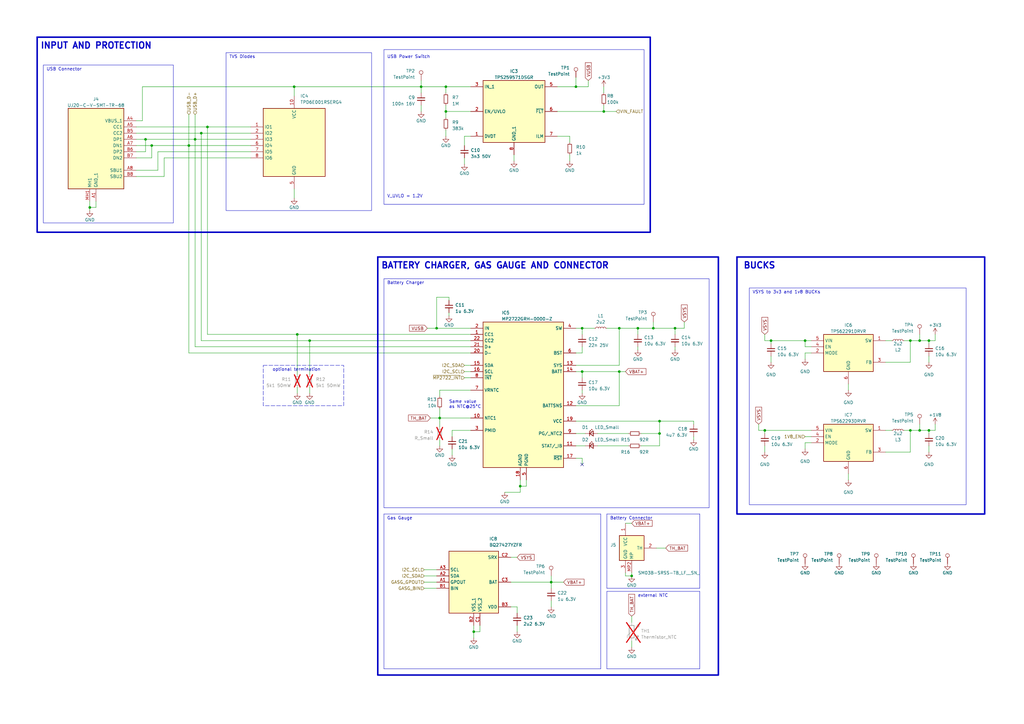
<source format=kicad_sch>
(kicad_sch (version 20231120) (generator "eeschema") (generator_version "8.0")
  (paper "A3")
  (junction (at 254 134.62))
  (junction (at 247.65 45.72))
  (junction (at 276.86 134.62))
  (junction (at 316.23 139.7))
  (junction (at 182.88 35.56))
  (junction (at 179.07 134.62))
  (junction (at 373.38 139.7))
  (junction (at 270.51 172.72))
  (junction (at 77.47 59.69))
  (junction (at 377.19 139.7))
  (junction (at 213.36 199.39))
  (junction (at 59.69 57.15))
  (junction (at 236.22 35.56))
  (junction (at 226.06 238.76))
  (junction (at 259.08 236.22))
  (junction (at 381 139.7))
  (junction (at 127 139.7))
  (junction (at 82.55 54.61))
  (junction (at 373.38 176.53))
  (junction (at 330.2 139.7))
  (junction (at 120.65 35.56))
  (junction (at 194.31 259.08))
  (junction (at 62.23 59.69))
  (junction (at 172.72 35.56))
  (junction (at 254 152.4))
  (junction (at 238.76 134.62))
  (junction (at 313.69 176.53))
  (junction (at 261.62 134.62))
  (junction (at 377.19 176.53))
  (junction (at 85.09 52.07))
  (junction (at 80.01 57.15))
  (junction (at 381 176.53))
  (junction (at 182.88 45.72))
  (junction (at 36.83 85.09))
  (junction (at 238.76 152.4))
  (junction (at 267.97 134.62))
  (junction (at 121.92 137.16))
  (junction (at 180.34 171.45))
  (junction (at 270.51 177.8))
  (no_connect (at 238.76 190.5))
  (wire (pts (xy 238.76 134.62) (xy 238.76 137.16)))
  (wire (pts (xy 236.22 144.78) (xy 238.76 144.78)))
  (wire (pts (xy 332.74 179.07) (xy 330.2 179.07)))
  (wire (pts (xy 238.76 187.96) (xy 238.76 190.5)))
  (wire (pts (xy 233.68 55.88) (xy 233.68 58.42)))
  (wire (pts (xy 236.22 177.8) (xy 240.03 177.8)))
  (wire (pts (xy 55.88 69.85) (xy 64.77 69.85)))
  (wire (pts (xy 276.86 134.62) (xy 276.86 137.16)))
  (wire (pts (xy 82.55 139.7) (xy 127 139.7)))
  (polyline (pts (xy 287.02 242.57) (xy 287.02 274.32)))
  (wire (pts (xy 330.2 139.7) (xy 330.2 142.24)))
  (wire (pts (xy 176.53 171.45) (xy 180.34 171.45)))
  (wire (pts (xy 259.08 234.95) (xy 259.08 236.22)))
  (wire (pts (xy 256.54 234.95) (xy 256.54 236.22)))
  (wire (pts (xy 236.22 172.72) (xy 270.51 172.72)))
  (wire (pts (xy 270.51 172.72) (xy 284.48 172.72)))
  (wire (pts (xy 185.42 176.53) (xy 185.42 179.07)))
  (wire (pts (xy 347.98 157.48) (xy 347.98 160.02)))
  (wire (pts (xy 77.47 59.69) (xy 102.87 59.69)))
  (wire (pts (xy 67.31 64.77) (xy 102.87 64.77)))
  (wire (pts (xy 180.34 180.34) (xy 180.34 182.88)))
  (wire (pts (xy 215.9 196.85) (xy 215.9 199.39)))
  (wire (pts (xy 313.69 182.88) (xy 313.69 185.42)))
  (wire (pts (xy 194.31 259.08) (xy 194.31 261.62)))
  (wire (pts (xy 270.51 172.72) (xy 270.51 177.8)))
  (wire (pts (xy 363.22 139.7) (xy 365.76 139.7)))
  (wire (pts (xy 55.88 59.69) (xy 62.23 59.69)))
  (wire (pts (xy 330.2 181.61) (xy 330.2 184.15)))
  (wire (pts (xy 55.88 52.07) (xy 85.09 52.07)))
  (polyline (pts (xy 157.48 274.32) (xy 246.38 274.32)))
  (wire (pts (xy 236.22 149.86) (xy 254 149.86)))
  (wire (pts (xy 127 139.7) (xy 193.04 139.7)))
  (wire (pts (xy 383.54 176.53) (xy 381 176.53)))
  (wire (pts (xy 190.5 64.77) (xy 190.5 67.31)))
  (wire (pts (xy 381 139.7) (xy 383.54 139.7)))
  (wire (pts (xy 55.88 57.15) (xy 59.69 57.15)))
  (wire (pts (xy 226.06 236.22) (xy 226.06 238.76)))
  (wire (pts (xy 381 146.05) (xy 381 148.59)))
  (wire (pts (xy 172.72 35.56) (xy 182.88 35.56)))
  (wire (pts (xy 267.97 134.62) (xy 276.86 134.62)))
  (wire (pts (xy 179.07 134.62) (xy 193.04 134.62)))
  (wire (pts (xy 276.86 142.24) (xy 276.86 143.51)))
  (wire (pts (xy 210.82 63.5) (xy 210.82 66.04)))
  (wire (pts (xy 85.09 52.07) (xy 102.87 52.07)))
  (wire (pts (xy 59.69 57.15) (xy 80.01 57.15)))
  (wire (pts (xy 381 139.7) (xy 381 140.97)))
  (polyline (pts (xy 248.92 274.32) (xy 287.02 274.32)))
  (wire (pts (xy 173.99 233.68) (xy 179.07 233.68)))
  (wire (pts (xy 212.09 256.54) (xy 212.09 259.08)))
  (wire (pts (xy 172.72 43.18) (xy 172.72 45.72)))
  (wire (pts (xy 313.69 176.53) (xy 313.69 177.8)))
  (wire (pts (xy 213.36 199.39) (xy 213.36 201.93)))
  (wire (pts (xy 77.47 46.99) (xy 77.47 59.69)))
  (wire (pts (xy 55.88 64.77) (xy 62.23 64.77)))
  (wire (pts (xy 184.15 128.27) (xy 184.15 129.54)))
  (wire (pts (xy 280.67 132.08) (xy 280.67 134.62)))
  (wire (pts (xy 36.83 85.09) (xy 39.37 85.09)))
  (wire (pts (xy 236.22 35.56) (xy 241.3 35.56)))
  (wire (pts (xy 245.11 177.8) (xy 257.81 177.8)))
  (wire (pts (xy 276.86 134.62) (xy 280.67 134.62)))
  (wire (pts (xy 80.01 57.15) (xy 80.01 142.24)))
  (wire (pts (xy 247.65 35.56) (xy 247.65 38.1)))
  (polyline (pts (xy 248.92 242.57) (xy 248.92 274.32)))
  (wire (pts (xy 241.3 33.02) (xy 241.3 35.56)))
  (wire (pts (xy 261.62 134.62) (xy 267.97 134.62)))
  (wire (pts (xy 172.72 33.02) (xy 172.72 35.56)))
  (polyline (pts (xy 157.48 210.82) (xy 157.48 274.32)))
  (wire (pts (xy 182.88 45.72) (xy 182.88 48.26)))
  (wire (pts (xy 373.38 139.7) (xy 377.19 139.7)))
  (wire (pts (xy 236.22 152.4) (xy 238.76 152.4)))
  (wire (pts (xy 36.83 86.36) (xy 36.83 85.09)))
  (wire (pts (xy 212.09 248.92) (xy 212.09 251.46)))
  (wire (pts (xy 185.42 184.15) (xy 185.42 186.69)))
  (wire (pts (xy 236.22 31.75) (xy 236.22 35.56)))
  (wire (pts (xy 182.88 43.18) (xy 182.88 45.72)))
  (wire (pts (xy 175.26 134.62) (xy 179.07 134.62)))
  (wire (pts (xy 313.69 176.53) (xy 332.74 176.53)))
  (wire (pts (xy 85.09 52.07) (xy 85.09 137.16)))
  (polyline (pts (xy 248.92 210.82) (xy 248.92 241.3)))
  (wire (pts (xy 316.23 139.7) (xy 313.69 139.7)))
  (wire (pts (xy 363.22 176.53) (xy 365.76 176.53)))
  (wire (pts (xy 213.36 199.39) (xy 215.9 199.39)))
  (wire (pts (xy 190.5 154.94) (xy 193.04 154.94)))
  (wire (pts (xy 373.38 176.53) (xy 373.38 185.42)))
  (wire (pts (xy 55.88 72.39) (xy 67.31 72.39)))
  (wire (pts (xy 82.55 54.61) (xy 82.55 139.7)))
  (wire (pts (xy 193.04 45.72) (xy 182.88 45.72)))
  (wire (pts (xy 190.5 55.88) (xy 190.5 59.69)))
  (wire (pts (xy 194.31 256.54) (xy 194.31 259.08)))
  (wire (pts (xy 377.19 137.16) (xy 377.19 139.7)))
  (wire (pts (xy 194.31 259.08) (xy 196.85 259.08)))
  (wire (pts (xy 370.84 139.7) (xy 373.38 139.7)))
  (wire (pts (xy 55.88 49.53) (xy 58.42 49.53)))
  (wire (pts (xy 213.36 196.85) (xy 213.36 199.39)))
  (wire (pts (xy 36.83 85.09) (xy 36.83 82.55)))
  (wire (pts (xy 254 166.37) (xy 254 152.4)))
  (wire (pts (xy 58.42 35.56) (xy 120.65 35.56)))
  (wire (pts (xy 259.08 262.89) (xy 259.08 265.43)))
  (wire (pts (xy 267.97 132.08) (xy 267.97 134.62)))
  (wire (pts (xy 196.85 256.54) (xy 196.85 259.08)))
  (wire (pts (xy 172.72 35.56) (xy 172.72 38.1)))
  (wire (pts (xy 377.19 173.99) (xy 377.19 176.53)))
  (wire (pts (xy 120.65 35.56) (xy 172.72 35.56)))
  (wire (pts (xy 121.92 137.16) (xy 193.04 137.16)))
  (wire (pts (xy 55.88 54.61) (xy 82.55 54.61)))
  (wire (pts (xy 238.76 152.4) (xy 254 152.4)))
  (wire (pts (xy 316.23 139.7) (xy 316.23 140.97)))
  (wire (pts (xy 254 149.86) (xy 254 134.62)))
  (wire (pts (xy 236.22 187.96) (xy 238.76 187.96)))
  (wire (pts (xy 330.2 139.7) (xy 332.74 139.7)))
  (wire (pts (xy 59.69 57.15) (xy 59.69 62.23)))
  (wire (pts (xy 316.23 139.7) (xy 330.2 139.7)))
  (wire (pts (xy 213.36 201.93) (xy 207.01 201.93)))
  (wire (pts (xy 127 158.75) (xy 127 161.29)))
  (wire (pts (xy 209.55 248.92) (xy 212.09 248.92)))
  (wire (pts (xy 77.47 59.69) (xy 77.47 144.78)))
  (wire (pts (xy 256.54 214.63) (xy 259.08 214.63)))
  (polyline (pts (xy 287.02 210.82) (xy 287.02 241.3)))
  (wire (pts (xy 313.69 176.53) (xy 311.15 176.53)))
  (wire (pts (xy 233.68 63.5) (xy 233.68 66.04)))
  (wire (pts (xy 377.19 139.7) (xy 381 139.7)))
  (wire (pts (xy 330.2 144.78) (xy 332.74 144.78)))
  (wire (pts (xy 377.19 176.53) (xy 381 176.53)))
  (wire (pts (xy 173.99 238.76) (xy 179.07 238.76)))
  (wire (pts (xy 270.51 177.8) (xy 262.89 177.8)))
  (wire (pts (xy 236.22 134.62) (xy 238.76 134.62)))
  (wire (pts (xy 182.88 53.34) (xy 182.88 55.88)))
  (wire (pts (xy 238.76 134.62) (xy 243.84 134.62)))
  (wire (pts (xy 226.06 238.76) (xy 231.14 238.76)))
  (wire (pts (xy 190.5 149.86) (xy 193.04 149.86)))
  (wire (pts (xy 236.22 166.37) (xy 254 166.37)))
  (wire (pts (xy 261.62 142.24) (xy 261.62 143.51)))
  (wire (pts (xy 269.24 224.79) (xy 273.05 224.79)))
  (wire (pts (xy 247.65 43.18) (xy 247.65 45.72)))
  (wire (pts (xy 381 182.88) (xy 381 185.42)))
  (wire (pts (xy 238.76 152.4) (xy 238.76 154.94)))
  (wire (pts (xy 259.08 252.73) (xy 259.08 255.27)))
  (wire (pts (xy 254 134.62) (xy 261.62 134.62)))
  (wire (pts (xy 180.34 160.02) (xy 180.34 162.56)))
  (wire (pts (xy 332.74 181.61) (xy 330.2 181.61)))
  (wire (pts (xy 256.54 236.22) (xy 259.08 236.22)))
  (wire (pts (xy 228.6 35.56) (xy 236.22 35.56)))
  (wire (pts (xy 190.5 152.4) (xy 193.04 152.4)))
  (wire (pts (xy 284.48 179.07) (xy 284.48 180.34)))
  (wire (pts (xy 180.34 167.64) (xy 180.34 171.45)))
  (wire (pts (xy 248.92 134.62) (xy 254 134.62)))
  (wire (pts (xy 121.92 137.16) (xy 121.92 153.67)))
  (wire (pts (xy 58.42 35.56) (xy 58.42 49.53)))
  (wire (pts (xy 284.48 172.72) (xy 284.48 173.99)))
  (wire (pts (xy 173.99 236.22) (xy 179.07 236.22)))
  (wire (pts (xy 55.88 62.23) (xy 59.69 62.23)))
  (wire (pts (xy 209.55 228.6) (xy 212.09 228.6)))
  (wire (pts (xy 121.92 158.75) (xy 121.92 161.29)))
  (wire (pts (xy 316.23 146.05) (xy 316.23 148.59)))
  (wire (pts (xy 120.65 35.56) (xy 120.65 39.37)))
  (wire (pts (xy 80.01 57.15) (xy 102.87 57.15)))
  (wire (pts (xy 238.76 160.02) (xy 238.76 161.29)))
  (wire (pts (xy 373.38 139.7) (xy 373.38 148.59)))
  (wire (pts (xy 180.34 175.26) (xy 180.34 171.45)))
  (wire (pts (xy 209.55 238.76) (xy 226.06 238.76)))
  (wire (pts (xy 363.22 185.42) (xy 373.38 185.42)))
  (wire (pts (xy 313.69 137.16) (xy 313.69 139.7)))
  (polyline (pts (xy 287.02 242.57) (xy 248.92 242.57)))
  (wire (pts (xy 254 152.4) (xy 256.54 152.4)))
  (wire (pts (xy 62.23 59.69) (xy 77.47 59.69)))
  (wire (pts (xy 193.04 55.88) (xy 190.5 55.88)))
  (wire (pts (xy 77.47 144.78) (xy 193.04 144.78)))
  (wire (pts (xy 381 176.53) (xy 381 177.8)))
  (wire (pts (xy 383.54 137.16) (xy 383.54 139.7)))
  (polyline (pts (xy 157.48 210.82) (xy 246.38 210.82)))
  (wire (pts (xy 184.15 121.92) (xy 184.15 123.19)))
  (wire (pts (xy 311.15 173.99) (xy 311.15 176.53)))
  (wire (pts (xy 182.88 35.56) (xy 182.88 38.1)))
  (wire (pts (xy 226.06 246.38) (xy 226.06 248.92)))
  (polyline (pts (xy 248.92 241.3) (xy 287.02 241.3)))
  (polyline (pts (xy 287.02 210.82) (xy 248.92 210.82)))
  (wire (pts (xy 80.01 46.99) (xy 80.01 57.15)))
  (wire (pts (xy 180.34 171.45) (xy 193.04 171.45)))
  (polyline (pts (xy 246.38 274.32) (xy 246.38 210.82)))
  (wire (pts (xy 373.38 176.53) (xy 377.19 176.53)))
  (wire (pts (xy 39.37 82.55) (xy 39.37 85.09)))
  (wire (pts (xy 383.54 173.99) (xy 383.54 176.53)))
  (wire (pts (xy 85.09 137.16) (xy 121.92 137.16)))
  (wire (pts (xy 245.11 182.88) (xy 257.81 182.88)))
  (wire (pts (xy 179.07 134.62) (xy 179.07 121.92)))
  (wire (pts (xy 228.6 55.88) (xy 233.68 55.88)))
  (wire (pts (xy 238.76 142.24) (xy 238.76 144.78)))
  (wire (pts (xy 120.65 77.47) (xy 120.65 81.28)))
  (wire (pts (xy 82.55 54.61) (xy 102.87 54.61)))
  (wire (pts (xy 62.23 64.77) (xy 62.23 59.69)))
  (wire (pts (xy 173.99 241.3) (xy 179.07 241.3)))
  (wire (pts (xy 226.06 238.76) (xy 226.06 241.3)))
  (wire (pts (xy 80.01 142.24) (xy 193.04 142.24)))
  (wire (pts (xy 182.88 35.56) (xy 193.04 35.56)))
  (wire (pts (xy 270.51 182.88) (xy 262.89 182.88)))
  (wire (pts (xy 363.22 148.59) (xy 373.38 148.59)))
  (wire (pts (xy 347.98 194.31) (xy 347.98 196.85)))
  (wire (pts (xy 127 139.7) (xy 127 153.67)))
  (wire (pts (xy 179.07 121.92) (xy 184.15 121.92)))
  (wire (pts (xy 228.6 45.72) (xy 247.65 45.72)))
  (wire (pts (xy 236.22 182.88) (xy 240.03 182.88)))
  (wire (pts (xy 252.73 45.72) (xy 247.65 45.72)))
  (wire (pts (xy 332.74 142.24) (xy 330.2 142.24)))
  (wire (pts (xy 261.62 137.16) (xy 261.62 134.62)))
  (wire (pts (xy 270.51 177.8) (xy 270.51 182.88)))
  (wire (pts (xy 64.77 62.23) (xy 102.87 62.23)))
  (wire (pts (xy 370.84 176.53) (xy 373.38 176.53)))
  (wire (pts (xy 330.2 147.32) (xy 330.2 144.78)))
  (wire (pts (xy 180.34 160.02) (xy 193.04 160.02)))
  (wire (pts (xy 185.42 176.53) (xy 193.04 176.53)))
  (wire (pts (xy 64.77 69.85) (xy 64.77 62.23)))
  (wire (pts (xy 67.31 72.39) (xy 67.31 64.77)))
  (rectangle (start 307.34 118.11) (end 396.24 207.01))
  (rectangle (start 17.78 26.67) (end 71.12 91.44))
  (rectangle (start 302.26 105.41) (end 403.86 210.82) (stroke (width 0.635)))
  (rectangle (start 15.24 15.24) (end 266.7 95.25) (stroke (width 0.635)))
  (rectangle (start 154.94 105.41) (end 294.64 276.86) (stroke (width 0.635)))
  (rectangle (start 107.95 149.86) (end 140.97 166.37) (stroke (width 0) (type dash)))
  (rectangle (start 92.71 21.59) (end 152.4 86.36))
  (rectangle (start 157.48 114.3) (end 290.83 208.28))
  (rectangle (start 157.48 20.32) (end 264.16 83.82))
  (text "Same value\nas NTC@25°C" (at 184.15 167.64 0) (effects (font (size 1.27 1.27)) (justify left bottom)))
  (text "BUCKS" (at 304.8 110.49 0) (effects (font (size 2.54 2.54) (thickness 0.508) (bold yes)) (justify left bottom)))
  (text "optional termination" (at 111.76 152.4 0) (effects (font (size 1.27 1.27)) (justify left bottom)))
  (text "V_UVLO = 1.2V" (at 158.75 81.28 0) (effects (font (size 1.27 1.27)) (justify left bottom)))
  (text "Battery Connector" (at 250.19 213.36 0) (effects (font (size 1.27 1.27)) (justify left bottom)))
  (text "USB Power Switch" (at 158.75 24.13 0) (effects (font (size 1.27 1.27)) (justify left bottom)))
  (text "Gas Gauge" (at 158.75 213.36 0) (effects (font (size 1.27 1.27)) (justify left bottom)))
  (text "TVS Diodes" (at 93.98 24.13 0) (effects (font (size 1.27 1.27)) (justify left bottom)))
  (text "INPUT AND PROTECTION" (at 16.51 20.32 0) (effects (font (size 2.54 2.54) (thickness 0.508) (bold yes)) (justify left bottom)))
  (text "VSYS to 3v3 and 1v8 BUCKs" (at 308.61 120.65 0) (effects (font (size 1.27 1.27)) (justify left bottom)))
  (text "external NTC" (at 261.62 245.11 0) (effects (font (size 1.27 1.27)) (justify left bottom)))
  (text "BATTERY CHARGER, GAS GAUGE AND CONNECTOR" (at 156.21 110.49 0) (effects (font (size 2.54 2.54) (thickness 0.508) (bold yes)) (justify left bottom)))
  (text "USB Connector" (at 19.05 29.21 0) (effects (font (size 1.27 1.27)) (justify left bottom)))
  (text "Battery Charger" (at 158.75 116.84 0) (effects (font (size 1.27 1.27)) (justify left bottom)))
  (global_label "VSYS" (shape input) (at 313.69 137.16 90) (property "Intersheetrefs" "${INTERSHEET_REFS}" (effects (hide yes))))
  (global_label "TH_BAT" (shape input) (at 176.53 171.45 180) (property "Intersheetrefs" "${INTERSHEET_REFS}" (effects (hide yes))))
  (global_label "TH_BAT" (shape input) (at 259.08 252.73 90) (property "Intersheetrefs" "${INTERSHEET_REFS}" (effects (hide yes))))
  (global_label "VSYS" (shape input) (at 280.67 132.08 90) (property "Intersheetrefs" "${INTERSHEET_REFS}" (effects (hide yes))))
  (global_label "VUSB" (shape input) (at 175.26 134.62 180) (property "Intersheetrefs" "${INTERSHEET_REFS}" (effects (hide yes))))
  (global_label "VBAT+" (shape input) (at 256.54 152.4 0) (property "Intersheetrefs" "${INTERSHEET_REFS}" (effects (hide yes))))
  (global_label "VBAT+" (shape input) (at 231.14 238.76 0) (property "Intersheetrefs" "${INTERSHEET_REFS}" (effects (hide yes))))
  (global_label "VBAT+" (shape input) (at 259.08 214.63 0) (property "Intersheetrefs" "${INTERSHEET_REFS}" (effects (hide yes))))
  (global_label "VSYS" (shape input) (at 311.15 173.99 90) (property "Intersheetrefs" "${INTERSHEET_REFS}" (effects (hide yes))))
  (global_label "VUSB" (shape input) (at 241.3 33.02 90) (property "Intersheetrefs" "${INTERSHEET_REFS}" (effects (hide yes))))
  (global_label "VSYS" (shape input) (at 212.09 228.6 0) (property "Intersheetrefs" "${INTERSHEET_REFS}" (effects (hide yes))))
  (global_label "TH_BAT" (shape input) (at 273.05 224.79 0) (property "Intersheetrefs" "${INTERSHEET_REFS}" (effects (hide yes))))
  (hierarchical_label "VIN_FAULT" (shape input) (at 252.73 45.72 0) (property "Intersheetrefs" "${INTERSHEET_REFS}" (effects (hide yes))))
  (hierarchical_label "~{MP2722_INT}" (shape input) (at 190.5 154.94 180) (property "Intersheetrefs" "${INTERSHEET_REFS}" (effects (hide yes))))
  (hierarchical_label "I2C_SCL" (shape input) (at 190.5 152.4 180))
  (hierarchical_label "GASG_GPOUT" (shape input) (at 173.99 238.76 180))
  (hierarchical_label "USB_D-" (shape input) (at 77.47 46.99 90) (property "Intersheetrefs" "${INTERSHEET_REFS}" (effects (hide yes))))
  (hierarchical_label "1V8_EN" (shape input) (at 330.2 179.07 180))
  (hierarchical_label "GASG_BIN" (shape input) (at 173.99 241.3 180))
  (hierarchical_label "USB_D+" (shape input) (at 80.01 46.99 90) (property "Intersheetrefs" "${INTERSHEET_REFS}" (effects (hide yes))))
  (hierarchical_label "I2C_SDA" (shape input) (at 190.5 149.86 180))
  (hierarchical_label "I2C_SCL" (shape input) (at 173.99 233.68 180))
  (hierarchical_label "I2C_SDA" (shape input) (at 173.99 236.22 180))
  (symbol (lib_id "Device:R_Small") (at 180.34 177.8 0) (unit 1) (dnp yes)
    (property "Reference" "R14" (at 177.8 177.165 0) (effects (justify right)))
    (property "Value" "R_Small" (at 177.8 179.705 0) (effects (justify right)))
    (property "Footprint" "Resistor_SMD:R_0201_0603Metric" (effects (hide yes)))
    (property "sourced" "dc" (effects (hide yes)))
  )
  (symbol (lib_id "LibraryLoader:TPS259571DSGR") (at 193.04 35.56 0) (unit 1)
    (property "Reference" "IC3" (at 210.82 29.21 0))
    (property "Value" "TPS259571DSGR" (at 210.82 31.75 0))
    (property "Footprint" "SON50P200X200X80-9N" (effects (hide yes)))
    (property "Datasheet" "http://www.ti.com/lit/gpn/tps2595" (effects (hide yes)))
    (property "Height" "0.8" (effects (hide yes)))
    (property "MFN" "595-TPS259571DSGR" (effects (hide yes)))
    (property "sourced" "y" (effects (hide yes)))
  )
  (symbol (lib_id "ARMband:TPS62293DRVR") (at 332.74 176.53 0) (unit 1)
    (property "Reference" "IC7" (at 347.98 170.18 0))
    (property "Value" "TPS62293DRVR" (at 347.98 172.72 0))
    (property "Footprint" "ARMband:SON65P200X200X80-7N" (effects (hide yes)))
    (property "Datasheet" "http://www.ti.com/lit/gpn/tps62293" (effects (hide yes)))
    (property "Height" "0.8" (effects (hide yes)))
    (property "MFN" "595-TPS62293DRVR" (effects (hide yes)))
    (property "sourced" "y" (effects (hide yes)))
  )
  (symbol (lib_id "Connector:TestPoint") (at 374.65 231.14 0) (mirror y) (unit 1)
    (property "Reference" "TP10" (at 372.11 227.203 0) (effects (justify left)))
    (property "Value" "TestPoint" (at 372.11 229.743 0) (effects (justify left)))
    (property "Footprint" "TestPoint:TestPoint_Pad_D1.0mm" (effects (hide yes)))
    (property "sourced" "dc" (effects (hide yes)))
  )
  (symbol (lib_id "Connector:TestPoint") (at 330.2 231.14 0) (mirror y) (unit 1)
    (property "Reference" "TP7" (at 327.66 227.203 0) (effects (justify left)))
    (property "Value" "TestPoint" (at 327.66 229.743 0) (effects (justify left)))
    (property "Footprint" "TestPoint:TestPoint_Pad_D1.0mm" (effects (hide yes)))
    (property "sourced" "dc" (effects (hide yes)))
  )
  (symbol (lib_id "power:GND") (at 330.2 231.14 0) (mirror y) (unit 1)
    (property "Reference" "#PWR093" (effects (hide yes)))
    (property "Value" "GND" (at 330.2 234.95 0))
  )
  (symbol (lib_id "Device:R_Small") (at 127 156.21 0) (mirror y) (unit 1) (in_bom no) (dnp yes)
    (property "Reference" "R12" (at 129.54 155.575 0) (effects (justify right)))
    (property "Value" "5k1 50mW" (at 129.54 158.115 0) (effects (justify right)))
    (property "Footprint" "Resistor_SMD:R_0201_0603Metric" (effects (hide yes)))
    (property "Datasheet" "https://www.mouser.de/datasheet/2/447/YAGEO_PYu_RC_Group_51_RoHS_L_12-3313492.pdf" (effects (hide yes)))
    (property "MFN" "603-RC0201FR-075K1L " (effects (hide yes)))
    (property "sourced" "y" (effects (hide yes)))
  )
  (symbol (lib_id "power:+3V3") (at 383.54 137.16 0) (unit 1)
    (property "Reference" "#PWR034" (effects (hide yes)))
    (property "Value" "+3V3" (at 383.54 133.35 0))
  )
  (symbol (lib_id "power:GND") (at 212.09 259.08 0) (unit 1)
    (property "Reference" "#PWR055" (effects (hide yes)))
    (property "Value" "GND" (at 212.09 262.89 0))
  )
  (symbol (lib_id "Device:C_Small") (at 238.76 157.48 0) (mirror y) (unit 1)
    (property "Reference" "C17" (at 241.3 156.8513 0) (effects (justify right)))
    (property "Value" "10u 6.3V" (at 241.3 159.3913 0) (effects (justify right)))
    (property "Footprint" "Capacitor_SMD:C_0402_1005Metric" (effects (hide yes)))
    (property "Datasheet" "https://www.mouser.de/datasheet/2/281/1/GRM155R60J106ME05_01A-1983717.pdf" (effects (hide yes)))
    (property "MFN" "81-GRM155R60J106M05D " (effects (hide yes)))
    (property "sourced" "y" (effects (hide yes)))
  )
  (symbol (lib_id "power:+1V8") (at 383.54 173.99 0) (unit 1)
    (property "Reference" "#PWR044" (effects (hide yes)))
    (property "Value" "+1V8" (at 383.54 170.18 0))
  )
  (symbol (lib_id "Connector:TestPoint") (at 172.72 33.02 0) (mirror y) (unit 1)
    (property "Reference" "TP2" (at 170.18 29.083 0) (effects (justify left)))
    (property "Value" "TestPoint" (at 170.18 31.623 0) (effects (justify left)))
    (property "Footprint" "TestPoint:TestPoint_Pad_D1.0mm" (effects (hide yes)))
    (property "sourced" "dc" (effects (hide yes)))
  )
  (symbol (lib_id "power:GND") (at 210.82 66.04 0) (unit 1)
    (property "Reference" "#PWR028" (effects (hide yes)))
    (property "Value" "GND" (at 210.82 69.85 0))
  )
  (symbol (lib_id "power:GND") (at 259.08 236.22 0) (mirror y) (unit 1)
    (property "Reference" "#PWR053" (effects (hide yes)))
    (property "Value" "GND" (at 259.08 240.03 0))
  )
  (symbol (lib_id "Device:C_Small") (at 381 180.34 0) (mirror y) (unit 1)
    (property "Reference" "C20" (at 383.54 179.7113 0) (effects (justify right)))
    (property "Value" "10u 6.3V" (at 383.54 182.2513 0) (effects (justify right)))
    (property "Footprint" "Capacitor_SMD:C_0402_1005Metric" (effects (hide yes)))
    (property "Datasheet" "https://www.mouser.de/datasheet/2/281/1/GRM155R60J106ME05_01A-1983717.pdf" (effects (hide yes)))
    (property "MFN" "81-GRM155R60J106M05D " (effects (hide yes)))
    (property "sourced" "y" (effects (hide yes)))
  )
  (symbol (lib_id "power:GND") (at 184.15 129.54 0) (unit 1)
    (property "Reference" "#PWR033" (effects (hide yes)))
    (property "Value" "GND" (at 184.15 133.35 0))
  )
  (symbol (lib_id "Device:R_Small") (at 180.34 165.1 0) (unit 1)
    (property "Reference" "R13" (at 179.07 163.83 0) (effects (justify right)))
    (property "Value" "10k" (at 179.07 166.37 0) (effects (justify right)))
    (property "Footprint" "Resistor_SMD:R_0201_0603Metric" (effects (hide yes)))
    (property "Datasheet" "https://www.mouser.de/datasheet/2/315/AOA0000C301-1488782.pdf" (effects (hide yes)))
    (property "MFN" "667-ERJ-1GNJ103C " (effects (hide yes)))
    (property "sourced" "y" (effects (hide yes)))
  )
  (symbol (lib_id "power:GND") (at 120.65 81.28 0) (unit 1)
    (property "Reference" "#PWR031" (effects (hide yes)))
    (property "Value" "GND" (at 120.65 85.09 0))
  )
  (symbol (lib_id "Device:C_Small") (at 190.5 62.23 0) (mirror y) (unit 1)
    (property "Reference" "C10" (at 193.04 61.6013 0) (effects (justify right)))
    (property "Value" "3n3 50V" (at 193.04 64.1413 0) (effects (justify right)))
    (property "Footprint" "Capacitor_SMD:C_0402_1005Metric" (effects (hide yes)))
    (property "Datasheet" "https://www.mouser.de/datasheet/2/281/1/GRM155R71H332JA01_01A-1984425.pdf" (effects (hide yes)))
    (property "MFN" "81-GRM155R71H332JA1D " (effects (hide yes)))
    (property "sourced" "y" (effects (hide yes)))
  )
  (symbol (lib_id "power:GND") (at 284.48 180.34 0) (unit 1)
    (property "Reference" "#PWR045" (effects (hide yes)))
    (property "Value" "GND" (at 284.48 184.15 0))
  )
  (symbol (lib_id "power:GND") (at 207.01 201.93 0) (unit 1)
    (property "Reference" "#PWR052" (effects (hide yes)))
    (property "Value" "GND" (at 207.01 205.74 0))
  )
  (symbol (lib_id "ARMband:TPS62291DRVR") (at 332.74 139.7 0) (unit 1)
    (property "Reference" "IC6" (at 347.98 133.35 0))
    (property "Value" "TPS62291DRVR" (at 347.98 135.89 0))
    (property "Footprint" "ARMband:SON65P200X200X80-7N" (effects (hide yes)))
    (property "Datasheet" "https://datasheet.datasheetarchive.com/originals/distributors/SFDatasheet-6/sf-000132852.pdf" (effects (hide yes)))
    (property "Height" "0.8" (effects (hide yes)))
    (property "MFN" "595-TPS62291DRVR" (effects (hide yes)))
    (property "sourced" "y" (effects (hide yes)))
  )
  (symbol (lib_id "Connector:TestPoint") (at 344.17 231.14 0) (mirror y) (unit 1)
    (property "Reference" "TP8" (at 341.63 227.203 0) (effects (justify left)))
    (property "Value" "TestPoint" (at 341.63 229.743 0) (effects (justify left)))
    (property "Footprint" "TestPoint:TestPoint_Pad_D1.0mm" (effects (hide yes)))
    (property "sourced" "dc" (effects (hide yes)))
  )
  (symbol (lib_id "Device:R_Small") (at 182.88 50.8 0) (mirror y) (unit 1)
    (property "Reference" "R9" (at 185.42 50.165 0) (effects (justify right)))
    (property "Value" "383k" (at 185.42 52.705 0) (effects (justify right)))
    (property "Footprint" "Resistor_SMD:R_0201_0603Metric" (effects (hide yes)))
    (property "Datasheet" "https://www.mouser.de/datasheet/2/447/PYu_RC_Group_51_RoHS_L_11-1984063.pdf" (effects (hide yes)))
    (property "MFN" "603-RC0201FR-07383KL " (effects (hide yes)))
    (property "sourced" "y" (effects (hide yes)))
  )
  (symbol (lib_id "Device:C_Small") (at 313.69 180.34 0) (mirror y) (unit 1)
    (property "Reference" "C19" (at 316.23 179.7113 0) (effects (justify right)))
    (property "Value" "10u 6.3V" (at 316.23 182.2513 0) (effects (justify right)))
    (property "Footprint" "Capacitor_SMD:C_0402_1005Metric" (effects (hide yes)))
    (property "Datasheet" "https://www.mouser.de/datasheet/2/281/1/GRM155R60J106ME05_01A-1983717.pdf" (effects (hide yes)))
    (property "MFN" "81-GRM155R60J106M05D " (effects (hide yes)))
    (property "sourced" "y" (effects (hide yes)))
  )
  (symbol (lib_id "power:GND") (at 388.62 231.14 0) (mirror y) (unit 1)
    (property "Reference" "#PWR097" (effects (hide yes)))
    (property "Value" "GND" (at 388.62 234.95 0))
  )
  (symbol (lib_id "power:GND") (at 359.41 231.14 0) (mirror y) (unit 1)
    (property "Reference" "#PWR095" (effects (hide yes)))
    (property "Value" "GND" (at 359.41 234.95 0))
  )
  (symbol (lib_id "power:GND") (at 226.06 248.92 0) (unit 1)
    (property "Reference" "#PWR054" (effects (hide yes)))
    (property "Value" "GND" (at 226.06 252.73 0))
  )
  (symbol (lib_id "power:GND") (at 316.23 148.59 0) (unit 1)
    (property "Reference" "#PWR038" (effects (hide yes)))
    (property "Value" "GND" (at 316.23 153.67 0))
  )
  (symbol (lib_id "power:GND") (at 127 161.29 0) (unit 1)
    (property "Reference" "#PWR042" (effects (hide yes)))
    (property "Value" "GND" (at 127 165.1 0))
  )
  (symbol (lib_id "Device:R_Small") (at 121.92 156.21 0) (unit 1) (in_bom no) (dnp yes)
    (property "Reference" "R11" (at 119.38 155.575 0) (effects (justify right)))
    (property "Value" "5k1 50mW" (at 119.38 158.115 0) (effects (justify right)))
    (property "Footprint" "Resistor_SMD:R_0201_0603Metric" (effects (hide yes)))
    (property "Datasheet" "https://www.mouser.de/datasheet/2/447/YAGEO_PYu_RC_Group_51_RoHS_L_12-3313492.pdf" (effects (hide yes)))
    (property "MFN" "603-RC0201FR-075K1L " (effects (hide yes)))
    (property "sourced" "y" (effects (hide yes)))
  )
  (symbol (lib_id "power:GND") (at 313.69 185.42 0) (unit 1)
    (property "Reference" "#PWR048" (effects (hide yes)))
    (property "Value" "GND" (at 313.69 190.5 0))
  )
  (symbol (lib_id "power:GND") (at 172.72 45.72 0) (mirror y) (unit 1)
    (property "Reference" "#PWR026" (effects (hide yes)))
    (property "Value" "GND" (at 172.72 49.53 0))
  )
  (symbol (lib_id "power:GND") (at 276.86 143.51 0) (unit 1)
    (property "Reference" "#PWR036" (effects (hide yes)))
    (property "Value" "GND" (at 276.86 147.32 0))
  )
  (symbol (lib_id "Connector:TestPoint") (at 359.41 231.14 0) (mirror y) (unit 1)
    (property "Reference" "TP9" (at 356.87 227.203 0) (effects (justify left)))
    (property "Value" "TestPoint" (at 356.87 229.743 0) (effects (justify left)))
    (property "Footprint" "TestPoint:TestPoint_Pad_D1.0mm" (effects (hide yes)))
    (property "sourced" "dc" (effects (hide yes)))
  )
  (symbol (lib_id "Device:C_Small") (at 381 143.51 0) (mirror y) (unit 1)
    (property "Reference" "C16" (at 383.54 142.8813 0) (effects (justify right)))
    (property "Value" "10u 6.3V" (at 383.54 145.4213 0) (effects (justify right)))
    (property "Footprint" "Capacitor_SMD:C_0402_1005Metric" (effects (hide yes)))
    (property "Datasheet" "https://www.mouser.de/datasheet/2/281/1/GRM155R60J106ME05_01A-1983717.pdf" (effects (hide yes)))
    (property "MFN" "81-GRM155R60J106M05D " (effects (hide yes)))
    (property "sourced" "y" (effects (hide yes)))
  )
  (symbol (lib_id "power:GND") (at 381 148.59 0) (unit 1)
    (property "Reference" "#PWR039" (effects (hide yes)))
    (property "Value" "GND" (at 381 153.67 0))
  )
  (symbol (lib_id "Device:L_Small") (at 246.38 134.62 90) (unit 1)
    (property "Reference" "L1" (at 246.38 129.54 90))
    (property "Value" "2u2" (at 246.38 132.08 90))
    (property "Footprint" "ARMband:INDC3225X120N" (effects (hide yes)))
    (property "Datasheet" "https://www.mouser.de/datasheet/2/54/SRP3212A-3011944.pdf" (effects (hide yes)))
    (property "MFN" "652-SRP3212A-2R2M " (effects (hide yes)))
    (property "sourced" "y" (effects (hide yes)))
  )
  (symbol (lib_id "Connector:TestPoint") (at 377.19 173.99 0) (mirror y) (unit 1)
    (property "Reference" "TP5" (at 374.65 170.053 0) (effects (justify left)))
    (property "Value" "TestPoint" (at 374.65 172.593 0) (effects (justify left)))
    (property "Footprint" "TestPoint:TestPoint_Pad_D1.0mm" (effects (hide yes)))
    (property "sourced" "dc" (effects (hide yes)))
  )
  (symbol (lib_id "Device:L_Small") (at 368.3 139.7 270) (mirror x) (unit 1)
    (property "Reference" "L2" (at 368.3 143.51 90))
    (property "Value" "2u2" (at 368.3 140.97 90))
    (property "Footprint" "ARMband:LQM2MPN1R0NG0L" (effects (hide yes)))
    (property "Datasheet" "https://www.mouser.de/datasheet/2/281/1/JELF243B_0022-1699512.pdf" (effects (hide yes)))
    (property "MFN" "81-LQM2MPN2R2MG0L " (effects (hide yes)))
    (property "sourced" "y" (effects (hide yes)))
  )
  (symbol (lib_id "power:GND") (at 347.98 160.02 0) (unit 1)
    (property "Reference" "#PWR040" (effects (hide yes)))
    (property "Value" "GND" (at 347.98 165.1 0))
  )
  (symbol (lib_id "power:GND") (at 180.34 182.88 0) (unit 1)
    (property "Reference" "#PWR046" (effects (hide yes)))
    (property "Value" "GND" (at 180.34 186.69 0))
  )
  (symbol (lib_id "Device:R_Small") (at 233.68 60.96 0) (mirror y) (unit 1)
    (property "Reference" "R10" (at 236.22 60.325 0) (effects (justify right)))
    (property "Value" "1k" (at 236.22 62.865 0) (effects (justify right)))
    (property "Footprint" "Resistor_SMD:R_0201_0603Metric" (effects (hide yes)))
    (property "Datasheet" "https://www.mouser.de/datasheet/2/447/YAGEO_PYu_RC_Group_51_RoHS_L_12-3313492.pdf" (effects (hide yes)))
    (property "MFN" "603-RC0201JR-071KL " (effects (hide yes)))
    (property "sourced" "y" (effects (hide yes)))
  )
  (symbol (lib_id "Device:R_Small") (at 182.88 40.64 0) (mirror y) (unit 1)
    (property "Reference" "R7" (at 185.42 40.005 0) (effects (justify right)))
    (property "Value" "1M" (at 185.42 42.545 0) (effects (justify right)))
    (property "Footprint" "Resistor_SMD:R_0201_0603Metric" (effects (hide yes)))
    (property "Datasheet" "https://www.vishay.com/docs/20052/crcw0201e3.pdf" (effects (hide yes)))
    (property "MFN" "71-CRCW0201J-1M " (effects (hide yes)))
    (property "sourced" "y" (effects (hide yes)))
  )
  (symbol (lib_id "power:GND") (at 182.88 55.88 0) (unit 1)
    (property "Reference" "#PWR027" (effects (hide yes)))
    (property "Value" "GND" (at 182.88 59.69 0))
  )
  (symbol (lib_id "ARMband:BQ27427YZFR") (at 179.07 228.6 0) (unit 1)
    (property "Reference" "IC8" (at 200.66 220.98 0) (effects (justify left)))
    (property "Value" "BQ27427YZFR" (at 200.66 223.52 0) (effects (justify left)))
    (property "Footprint" "ARMband:BGA9C50P3X3_158X162X62" (effects (hide yes)))
    (property "Datasheet" "https://www.ti.com/lit/ds/symlink/bq27427.pdf?ts=1687698267991&ref_url=https%253A%252F%252Fwww.ti.com%252Fproduct%252FBQ27427%253FkeyMatch%253DBQ27427YZFR%2526tisearch%253Dsearch-everything%2526usecase%253DOPN" (effects (hide yes)))
    (property "Height" "0.625" (effects (hide yes)))
    (property "MFN" "595-BQ27427YZFR" (effects (hide yes)))
    (property "sourced" "y" (effects (hide yes)))
  )
  (symbol (lib_id "power:GND") (at 261.62 143.51 0) (unit 1)
    (property "Reference" "#PWR035" (effects (hide yes)))
    (property "Value" "GND" (at 261.62 147.32 0))
  )
  (symbol (lib_id "Device:C_Small") (at 238.76 139.7 0) (mirror y) (unit 1)
    (property "Reference" "C12" (at 241.3 139.0713 0) (effects (justify right)))
    (property "Value" "22n 25V" (at 241.3 141.6113 0) (effects (justify right)))
    (property "Footprint" "Capacitor_SMD:C_0402_1005Metric" (effects (hide yes)))
    (property "Datasheet" "https://www.mouser.de/datasheet/2/281/1/GRM155R71E223JA61_01A-1984019.pdf" (effects (hide yes)))
    (property "MFN" "81-GRM155R71E223JA1D " (effects (hide yes)))
    (property "sourced" "y" (effects (hide yes)))
  )
  (symbol (lib_id "power:GND") (at 381 185.42 0) (unit 1)
    (property "Reference" "#PWR049" (effects (hide yes)))
    (property "Value" "GND" (at 381 190.5 0))
  )
  (symbol (lib_id "power:GND") (at 330.2 147.32 0) (unit 1)
    (property "Reference" "#PWR037" (effects (hide yes)))
    (property "Value" "GND" (at 330.2 152.4 0))
  )
  (symbol (lib_id "power:GND") (at 233.68 66.04 0) (unit 1)
    (property "Reference" "#PWR029" (effects (hide yes)))
    (property "Value" "GND" (at 233.68 69.85 0))
  )
  (symbol (lib_id "power:GND") (at 330.2 184.15 0) (unit 1)
    (property "Reference" "#PWR047" (effects (hide yes)))
    (property "Value" "GND" (at 330.2 189.23 0))
  )
  (symbol (lib_id "Device:C_Small") (at 212.09 254 0) (mirror y) (unit 1)
    (property "Reference" "C23" (at 214.63 253.3713 0) (effects (justify right)))
    (property "Value" "2u2 6.3V" (at 214.63 255.9113 0) (effects (justify right)))
    (property "Footprint" "Capacitor_SMD:C_0201_0603Metric" (effects (hide yes)))
    (property "Datasheet" "https://eu.mouser.com/datasheet/2/40/CM_Series_e-2835982.pdf" (effects (hide yes)))
    (property "MFN" "346-CM03X5R225M06AH " (effects (hide yes)))
    (property "sourced" "y" (effects (hide yes)))
  )
  (symbol (lib_id "Connector:TestPoint") (at 236.22 31.75 0) (mirror y) (unit 1)
    (property "Reference" "TP1" (at 233.68 27.813 0) (effects (justify left)))
    (property "Value" "TestPoint" (at 233.68 30.353 0) (effects (justify left)))
    (property "Footprint" "TestPoint:TestPoint_Pad_D1.0mm" (effects (hide yes)))
    (property "sourced" "dc" (effects (hide yes)))
  )
  (symbol (lib_id "Device:L_Small") (at 368.3 176.53 270) (mirror x) (unit 1)
    (property "Reference" "L3" (at 368.3 180.34 90))
    (property "Value" "2u2" (at 368.3 177.8 90))
    (property "Footprint" "ARMband:LQM2MPN1R0NG0L" (effects (hide yes)))
    (property "Datasheet" "https://www.mouser.de/datasheet/2/281/1/JELF243B_0022-1699512.pdf" (effects (hide yes)))
    (property "MFN" "81-LQM2MPN2R2MG0L " (effects (hide yes)))
    (property "sourced" "y" (effects (hide yes)))
  )
  (symbol (lib_id "ARMband:SM03B-SRSS-TB_LF__SN_") (at 248.92 222.25 0) (unit 1)
    (property "Reference" "J5" (at 252.73 223.52 0) (effects (justify right)))
    (property "Value" "SM03B-SRSS-TB_LF__SN_" (at 287.02 234.95 0) (effects (justify right)))
    (property "Footprint" "SM03BSRSSTBLFSN" (effects (hide yes)))
    (property "Datasheet" "http://www.jst-mfg.com/product/pdf/eng/eSR.pdf" (effects (hide yes)))
    (property "Height" "2.9" (effects (hide yes)))
    (property "Manufacturer_Name" "JST (JAPAN SOLDERLESS TERMINALS)" (effects (hide yes)))
    (property "Manufacturer_Part_Number" "SM03B-SRSS-TB(LF)(SN)" (effects (hide yes)))
    (property "Arrow Part Number" "SM03B-SRSS-TB(LF)(SN)" (effects (hide yes)))
    (property "Arrow Price/Stock" "https://www.arrow.com/en/products/sm03b-srss-tb-lf-sn/jst-manufacturing?region=europe" (effects (hide yes)))
    (property "sourced" "non-mouser source" (effects (hide yes)))
  )
  (symbol (lib_id "Device:R_Small") (at 247.65 40.64 0) (mirror y) (unit 1)
    (property "Reference" "R8" (at 248.92 39.37 0) (effects (justify right)))
    (property "Value" "100k" (at 248.92 41.91 0) (effects (justify right)))
    (property "Footprint" "Resistor_SMD:R_0201_0603Metric" (effects (hide yes)))
    (property "Datasheet" "https://www.vishay.com/docs/20052/crcw0201e3.pdf" (effects (hide yes)))
    (property "MFN" "71-CRCW0201100KFNED " (effects (hide yes)))
    (property "sourced" "y" (effects (hide yes)))
  )
  (symbol (lib_id "Device:C_Small") (at 284.48 176.53 0) (unit 1)
    (property "Reference" "C18" (at 281.94 175.9013 0) (effects (justify right)))
    (property "Value" "4u7 6.3V" (at 281.94 178.4413 0) (effects (justify right)))
    (property "Footprint" "Capacitor_SMD:C_0402_1005Metric" (effects (hide yes)))
    (property "Datasheet" "https://www.mouser.de/datasheet/2/585/MLCC-1837944.pdf" (effects (hide yes)))
    (property "MFN" "187-CL05A475KQ5NRNC " (effects (hide yes)))
    (property "sourced" "y" (effects (hide yes)))
  )
  (symbol (lib_id "power:GND") (at 344.17 231.14 0) (mirror y) (unit 1)
    (property "Reference" "#PWR094" (effects (hide yes)))
    (property "Value" "GND" (at 344.17 234.95 0))
  )
  (symbol (lib_id "power:GND") (at 121.92 161.29 0) (unit 1)
    (property "Reference" "#PWR041" (effects (hide yes)))
    (property "Value" "GND" (at 121.92 165.1 0))
  )
  (symbol (lib_id "Connector:TestPoint") (at 267.97 132.08 0) (mirror y) (unit 1)
    (property "Reference" "TP3" (at 265.43 128.143 0) (effects (justify left)))
    (property "Value" "TestPoint" (at 265.43 130.683 0) (effects (justify left)))
    (property "Footprint" "TestPoint:TestPoint_Pad_D1.0mm" (effects (hide yes)))
    (property "sourced" "dc" (effects (hide yes)))
  )
  (symbol (lib_id "Device:C_Small") (at 226.06 243.84 0) (mirror y) (unit 1)
    (property "Reference" "C22" (at 228.6 243.2113 0) (effects (justify right)))
    (property "Value" "1u 6.3V" (at 228.6 245.7513 0) (effects (justify right)))
    (property "Footprint" "Capacitor_SMD:C_0201_0603Metric" (effects (hide yes)))
    (property "Datasheet" "https://www.we-online.com/components/products/datasheet/885012104011.pdf" (effects (hide yes)))
    (property "MFN" "710-885012104011 " (effects (hide yes)))
    (property "sourced" "y" (effects (hide yes)))
  )
  (symbol (lib_id "Device:C_Small") (at 172.72 40.64 0) (unit 1)
    (property "Reference" "C9" (at 170.18 40.0113 0) (effects (justify right)))
    (property "Value" "100n 16V" (at 170.18 42.5513 0) (effects (justify right)))
    (property "Footprint" "Capacitor_SMD:C_0402_1005Metric" (effects (hide yes)))
    (property "Datasheet" "https://www.mouser.de/datasheet/2/447/KEM_C1005_Y5V_SMD-3316374.pdf" (effects (hide yes)))
    (property "MFN" "80-C0402C104M4V " (effects (hide yes)))
    (property "sourced" "y" (effects (hide yes)))
  )
  (symbol (lib_id "ARMband:MP2722GRH-0000-Z") (at 193.04 134.62 0) (unit 1)
    (property "Reference" "IC5" (at 205.74 128.27 0) (effects (justify left)))
    (property "Value" "MP2722GRH-0000-Z" (at 205.74 130.81 0) (effects (justify left)))
    (property "Footprint" "ARMband:MP2722GRH0000Z" (effects (hide yes)))
    (property "Datasheet" "https://www.monolithicpower.com/en/documentview/productdocument/index/version/2/document_type/Datasheet/lang/en/sku/MP2722GRH/document_id/10035/" (effects (hide yes)))
    (property "Height" "1" (effects (hide yes)))
    (property "MFN" "946-MP2722GRH-0000-Z " (effects (hide yes)))
    (property "sourced" "non-mouser source" (effects (hide yes)))
  )
  (symbol (lib_id "Connector:TestPoint") (at 388.62 231.14 0) (mirror y) (unit 1)
    (property "Reference" "TP11" (at 386.08 227.203 0) (effects (justify left)))
    (property "Value" "TestPoint" (at 386.08 229.743 0) (effects (justify left)))
    (property "Footprint" "TestPoint:TestPoint_Pad_D1.0mm" (effects (hide yes)))
    (property "sourced" "dc" (effects (hide yes)))
  )
  (symbol (lib_id "power:GND") (at 347.98 196.85 0) (unit 1)
    (property "Reference" "#PWR051" (effects (hide yes)))
    (property "Value" "GND" (at 347.98 201.93 0))
  )
  (symbol (lib_id "Device:R_Small") (at 260.35 177.8 90) (mirror x) (unit 1)
    (property "Reference" "R15" (at 256.54 180.34 90))
    (property "Value" "92R" (at 264.16 180.34 90))
    (property "Footprint" "Resistor_SMD:R_0201_0603Metric" (effects (hide yes)))
    (property "MFN" "603-RC0201FR-07100RL " (effects (hide yes)))
    (property "sourced" "y" (effects (hide yes)))
  )
  (symbol (lib_id "Device:C_Small") (at 276.86 139.7 0) (mirror y) (unit 1)
    (property "Reference" "C14" (at 279.4 138.43 0) (effects (justify right)))
    (property "Value" "10u 6.3V" (at 279.4 140.97 0) (effects (justify right)))
    (property "Footprint" "Capacitor_SMD:C_0402_1005Metric" (effects (hide yes)))
    (property "Datasheet" "https://www.mouser.de/datasheet/2/281/1/GRM155R60J106ME05_01A-1983717.pdf" (effects (hide yes)))
    (property "MFN" "81-GRM155R60J106M05D " (effects (hide yes)))
    (property "sourced" "y" (effects (hide yes)))
  )
  (symbol (lib_id "power:GND") (at 36.83 86.36 0) (unit 1)
    (property "Reference" "#PWR032" (effects (hide yes)))
    (property "Value" "GND" (at 36.83 90.17 0))
  )
  (symbol (lib_id "Device:C_Small") (at 261.62 139.7 0) (mirror y) (unit 1)
    (property "Reference" "C13" (at 264.16 138.43 0) (effects (justify right)))
    (property "Value" "10u 6.3V" (at 264.16 140.97 0) (effects (justify right)))
    (property "Footprint" "Capacitor_SMD:C_0402_1005Metric" (effects (hide yes)))
    (property "Datasheet" "https://www.mouser.de/datasheet/2/281/1/GRM155R60J106ME05_01A-1983717.pdf" (effects (hide yes)))
    (property "MFN" "81-GRM155R60J106M05D " (effects (hide yes)))
    (property "sourced" "y" (effects (hide yes)))
  )
  (symbol (lib_id "Device:R_Small") (at 260.35 182.88 90) (mirror x) (unit 1)
    (property "Reference" "R16" (at 256.54 185.42 90))
    (property "Value" "92R" (at 264.16 185.42 90))
    (property "Footprint" "Resistor_SMD:R_0201_0603Metric" (effects (hide yes)))
    (property "MFN" "603-RC0201FR-07100RL " (effects (hide yes)))
    (property "sourced" "y" (effects (hide yes)))
  )
  (symbol (lib_id "power:GND") (at 374.65 231.14 0) (mirror y) (unit 1)
    (property "Reference" "#PWR096" (effects (hide yes)))
    (property "Value" "GND" (at 374.65 234.95 0))
  )
  (symbol (lib_id "Connector:TestPoint") (at 226.06 236.22 0) (mirror y) (unit 1)
    (property "Reference" "TP6" (at 223.52 232.283 0) (effects (justify left)))
    (property "Value" "TestPoint" (at 223.52 234.823 0) (effects (justify left)))
    (property "Footprint" "TestPoint:TestPoint_Pad_D1.0mm" (effects (hide yes)))
    (property "sourced" "dc" (effects (hide yes)))
  )
  (symbol (lib_id "Device:LED_Small") (at 242.57 182.88 0) (unit 1)
    (property "Reference" "D2" (at 240.03 180.34 0))
    (property "Value" "LED_Small" (at 248.92 180.34 0))
    (property "Footprint" "ARMband:LEDC1608X80N" (effects (hide yes)))
    (property "Datasheet" "https://www.we-online.com/components/products/datasheet/150060SS75003.pdf" (effects (hide yes)))
    (property "MFN" "710-150060SS75003" (effects (hide yes)))
    (property "sourced" "y" (effects (hide yes)))
  )
  (symbol (lib_id "Connector:TestPoint") (at 377.19 137.16 0) (mirror y) (unit 1)
    (property "Reference" "TP4" (at 374.65 133.223 0) (effects (justify left)))
    (property "Value" "TestPoint" (at 374.65 135.763 0) (effects (justify left)))
    (property "Footprint" "TestPoint:TestPoint_Pad_D1.0mm" (effects (hide yes)))
    (property "sourced" "dc" (effects (hide yes)))
  )
  (symbol (lib_id "Device:C_Small") (at 185.42 181.61 0) (mirror y) (unit 1)
    (property "Reference" "C21" (at 187.96 180.9813 0) (effects (justify right)))
    (property "Value" "10u 6.3V" (at 187.96 183.5213 0) (effects (justify right)))
    (property "Footprint" "Capacitor_SMD:C_0402_1005Metric" (effects (hide yes)))
    (property "Datasheet" "https://www.mouser.de/datasheet/2/281/1/GRM155R60J106ME05_01A-1983717.pdf" (effects (hide yes)))
    (property "MFN" "81-GRM155R60J106M05D " (effects (hide yes)))
    (property "sourced" "y" (effects (hide yes)))
  )
  (symbol (lib_id "ARMband:UJ20-C-V-SMT-TR-68") (at 55.88 46.99 0) (mirror y) (unit 1)
    (property "Reference" "J4" (at 39.37 40.64 0))
    (property "Value" "UJ20-C-V-SMT-TR-68" (at 39.37 43.18 0))
    (property "Footprint" "ARMband:UJ20CVSMTTR68" (effects (hide yes)))
    (property "Datasheet" "https://www.cuidevices.com/product/resource/supplyframepdf/uj20-c-v-smt-tr-68.pdf?hkey=EF798316E3902B6ED9A73243A3159BB0" (effects (hide yes)))
    (property "Height" "6.4" (effects (hide yes)))
    (property "MFN" "179-UJ20-C-V-SMTTR68" (effects (hide yes)))
    (property "Mouser Part Number" "179-UJ20-C-V-SMTTR68" (effects (hide yes)))
    (property "Mouser Price/Stock" "https://www.mouser.co.uk/ProductDetail/CUI-Devices/UJ20-C-V-SMT-TR-68?qs=HoCaDK9Nz5dJB%252B3Mk1F%2F5A%3D%3D" (effects (hide yes)))
    (property "Manufacturer_Name" "CUI Devices" (effects (hide yes)))
    (property "Manufacturer_Part_Number" "UJ20-C-V-SMT-TR-68" (effects (hide yes)))
    (property "sourced" "y" (effects (hide yes)))
  )
  (symbol (lib_id "power:+3V3") (at 247.65 35.56 0) (unit 1)
    (property "Reference" "#PWR025" (effects (hide yes)))
    (property "Value" "+3V3" (at 247.65 31.75 0))
  )
  (symbol (lib_id "power:GND") (at 190.5 67.31 0) (unit 1)
    (property "Reference" "#PWR030" (effects (hide yes)))
    (property "Value" "GND" (at 190.5 71.12 0))
  )
  (symbol (lib_id "Device:Thermistor_NTC") (at 259.08 259.08 0) (mirror y) (unit 1) (on_board no) (dnp yes)
    (property "Reference" "TH1" (at 262.89 258.7625 0) (effects (justify right)))
    (property "Value" "Thermistor_NTC" (at 262.89 261.3025 0) (effects (justify right)))
    (property "Footprint" "ARMband:CTTS-203856-S02" (effects (hide yes)))
    (property "Datasheet" "https://www.mouser.de/datasheet/2/18/1/AAS_920_754A_Thermometrics_FL_NTC_TempSensor_09171-2935896.pdf" (effects (hide yes)))
    (property "MFN" "527-CTTS-203856-S02 " (effects (hide yes)))
    (property "sourced" "y" (effects (hide yes)))
  )
  (symbol (lib_id "power:GND") (at 238.76 161.29 0) (unit 1)
    (property "Reference" "#PWR043" (effects (hide yes)))
    (property "Value" "GND" (at 238.76 165.1 0))
  )
  (symbol (lib_id "power:GND") (at 259.08 265.43 0) (mirror y) (unit 1)
    (property "Reference" "#PWR057" (effects (hide yes)))
    (property "Value" "GND" (at 259.08 269.24 0))
  )
  (symbol (lib_id "Device:LED_Small") (at 242.57 177.8 0) (unit 1)
    (property "Reference" "D1" (at 240.03 175.26 0))
    (property "Value" "LED_Small" (at 248.92 175.26 0))
    (property "Footprint" "ARMband:LEDC1608X80N" (effects (hide yes)))
    (property "Datasheet" "https://www.we-online.com/components/products/datasheet/150060GS75000.pdf" (effects (hide yes)))
    (property "MFN" "710-150060GS75000" (effects (hide yes)))
    (property "sourced" "y" (effects (hide yes)))
  )
  (symbol (lib_id "ARMband:TPD6E001RSERG4") (at 102.87 54.61 0) (unit 1)
    (property "Reference" "IC4" (at 123.19 39.37 0) (effects (justify left)))
    (property "Value" "TPD6E001RSERG4" (at 123.19 41.91 0) (effects (justify left)))
    (property "Footprint" "ARMband:TPD6E001RSERG4" (effects (hide yes)))
    (property "Datasheet" "http://www.ti.com/lit/ds/symlink/tpd6e001.pdf" (effects (hide yes)))
    (property "Height" "0.6" (effects (hide yes)))
    (property "MFN" "595-TPD6E001RSERG4" (effects (hide yes)))
    (property "Mouser Part Number" "595-TPD6E001RSERG4" (effects (hide yes)))
    (property "Mouser Price/Stock" "https://www.mouser.co.uk/ProductDetail/Texas-Instruments/TPD6E001RSERG4?qs=t6sYTo5dwUw0xcflr5hU2g%3D%3D" (effects (hide yes)))
    (property "Manufacturer_Name" "Texas Instruments" (effects (hide yes)))
    (property "Manufacturer_Part_Number" "TPD6E001RSERG4" (effects (hide yes)))
    (property "sourced" "y" (effects (hide yes)))
  )
  (symbol (lib_id "power:GND") (at 185.42 186.69 0) (unit 1)
    (property "Reference" "#PWR050" (effects (hide yes)))
    (property "Value" "GND" (at 185.42 190.5 0))
  )
  (symbol (lib_id "Device:C_Small") (at 184.15 125.73 0) (mirror y) (unit 1)
    (property "Reference" "C11" (at 186.69 125.1013 0) (effects (justify right)))
    (property "Value" "1u 6.3V" (at 186.69 127.6413 0) (effects (justify right)))
    (property "Footprint" "Capacitor_SMD:C_0201_0603Metric" (effects (hide yes)))
    (property "Datasheet" "https://www.we-online.com/components/products/datasheet/885012104011.pdf" (effects (hide yes)))
    (property "MFN" "710-885012104011 " (effects (hide yes)))
    (property "sourced" "y" (effects (hide yes)))
  )
  (symbol (lib_id "Device:C_Small") (at 316.23 143.51 0) (mirror y) (unit 1)
    (property "Reference" "C15" (at 318.77 142.8813 0) (effects (justify right)))
    (property "Value" "10u 6.3V" (at 318.77 145.4213 0) (effects (justify right)))
    (property "Footprint" "Capacitor_SMD:C_0402_1005Metric" (effects (hide yes)))
    (property "Datasheet" "https://www.mouser.de/datasheet/2/281/1/GRM155R60J106ME05_01A-1983717.pdf" (effects (hide yes)))
    (property "MFN" "81-GRM155R60J106M05D " (effects (hide yes)))
    (property "sourced" "y" (effects (hide yes)))
  )
  (symbol (lib_id "power:GND") (at 194.31 261.62 0) (unit 1)
    (property "Reference" "#PWR056" (effects (hide yes)))
    (property "Value" "GND" (at 194.31 265.43 0))
  )
)
</source>
